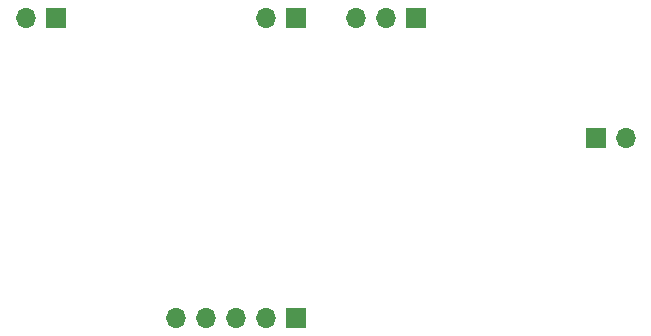
<source format=gbr>
%TF.GenerationSoftware,KiCad,Pcbnew,6.0.2+dfsg-1~bpo11+1*%
%TF.CreationDate,2022-03-03T13:43:19-05:00*%
%TF.ProjectId,RFM98PW-433S2_breakout,52464d39-3850-4572-9d34-333353325f62,rev?*%
%TF.SameCoordinates,Original*%
%TF.FileFunction,Soldermask,Bot*%
%TF.FilePolarity,Negative*%
%FSLAX46Y46*%
G04 Gerber Fmt 4.6, Leading zero omitted, Abs format (unit mm)*
G04 Created by KiCad (PCBNEW 6.0.2+dfsg-1~bpo11+1) date 2022-03-03 13:43:19*
%MOMM*%
%LPD*%
G01*
G04 APERTURE LIST*
%ADD10R,1.700000X1.700000*%
%ADD11O,1.700000X1.700000*%
G04 APERTURE END LIST*
D10*
%TO.C,J3*%
X154940000Y-86360000D03*
D11*
X152400000Y-86360000D03*
X149860000Y-86360000D03*
%TD*%
D10*
%TO.C,J5*%
X170180000Y-96520000D03*
D11*
X172720000Y-96520000D03*
%TD*%
D10*
%TO.C,J2*%
X144780000Y-111760000D03*
D11*
X142240000Y-111760000D03*
X139700000Y-111760000D03*
X137160000Y-111760000D03*
X134620000Y-111760000D03*
%TD*%
D10*
%TO.C,J6*%
X124460000Y-86360000D03*
D11*
X121920000Y-86360000D03*
%TD*%
D10*
%TO.C,J4*%
X144780000Y-86360000D03*
D11*
X142240000Y-86360000D03*
%TD*%
M02*

</source>
